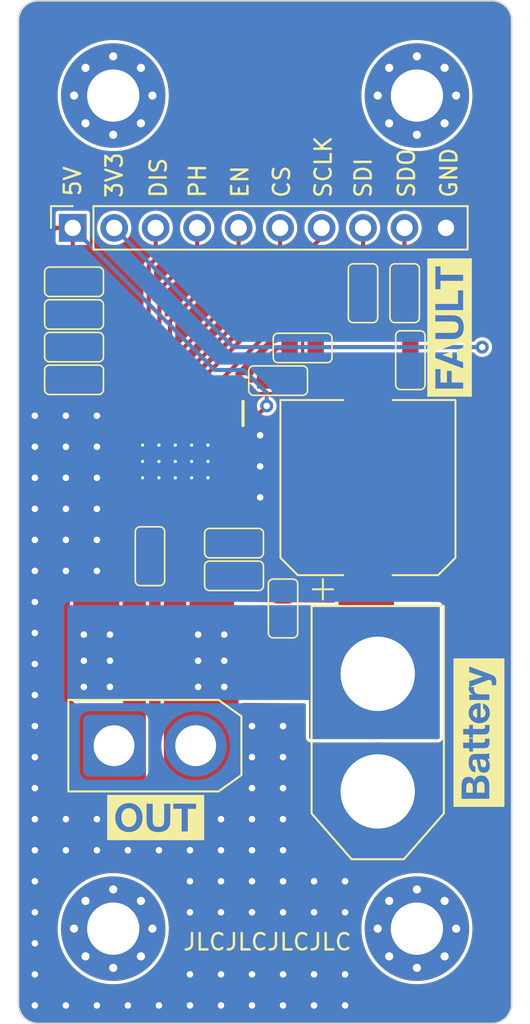
<source format=kicad_pcb>
(kicad_pcb (version 20221018) (generator pcbnew)
  (layers (0 "F.Cu" signal) (31 "B.Cu" signal) (34 "B.Paste" user) (35 "F.Paste" user) (36 "B.SilkS" user "B.Silkscreen") (37 "F.SilkS" user "F.Silkscreen") (38 "B.Mask" user) (39 "F.Mask" user) (44 "Edge.Cuts" user))
  (net 0 "")
  (net 1 "GND")
  (net 2 "+3V3")
  (net 3 "+12V")
  (net 4 "+5V")
  (net 5 "Net-(U1-CPH)")
  (net 6 "Net-(U1-CPL)")
  (net 7 "/OUT1")
  (net 8 "/OUT2")
  (net 9 "/nFAULT")
  (net 10 "/nSLEEP")
  (net 11 "Net-(U1-SRC_1)")
  (net 12 "/M SDO")
  (net 13 "/M SDI")
  (net 14 "/M SCLK")
  (net 15 "/EN{slash}IN1")
  (net 16 "/PH{slash}IN2")
  (net 17 "/DISABLE")
  (net 18 "/M CS")
  (net 19 "Net-(U1-SDO)")
  (net 20 "Net-(U1-SDI)")
  (net 21 "Net-(D1-K)")
  (net 22 "/VCP")
  (net 23 "/IPROPI2")
  (net 24 "/IPROPI1")
  (footprint "MountingHole:MountingHole_3.2mm_M3_Pad_Via" (layer "F.Cu") (at 159.8 82.6)
    (fp_text reference "H4" hide)
    (fp_text value "MountingHole_Pad")
    (pad "1" thru_hole circle (at -2.4 0) (size 0.8 0.8) (drill 0.5) (layers "*.Cu" "*.Mask"))
    (pad "1" thru_hole circle (at -1.697056 -1.697056) (size 0.8 0.8) (drill 0.5) (layers "*.Cu" "*.Mask"))
    (pad "1" thru_hole circle (at -1.697056 1.697056) (size 0.8 0.8) (drill 0.5) (layers "*.Cu" "*.Mask"))
    (pad "1" thru_hole circle (at 0 -2.4) (size 0.8 0.8) (drill 0.5) (layers "*.Cu" "*.Mask"))
    (pad "1" thru_hole circle (at 0 0) (size 6.4 6.4) (drill 3.2) (layers "*.Cu" "*.Mask"))
    (pad "1" thru_hole circle (at 0 2.4) (size 0.8 0.8) (drill 0.5) (layers "*.Cu" "*.Mask"))
    (pad "1" thru_hole circle (at 1.697056 -1.697056) (size 0.8 0.8) (drill 0.5) (layers "*.Cu" "*.Mask"))
    (pad "1" thru_hole circle (at 1.697056 1.697056) (size 0.8 0.8) (drill 0.5) (layers "*.Cu" "*.Mask"))
    (pad "1" thru_hole circle (at 2.4 0) (size 0.8 0.8) (drill 0.5) (layers "*.Cu" "*.Mask"))
  )
  (footprint "test:res0603" (layer "F.Cu") (at 138.8 100 180)
    (fp_text reference "R7" hide)
    (fp_text value "390")
    (pad "1" smd roundrect (at -0.8 0 180) (size 1 1) (layers "F.Cu" "F.Paste" "F.Mask") (roundrect_rratio 0.1) (net 23 "/IPROPI2"))
    (pad "2" smd roundrect (at 0.8 0 180) (size 1 1) (layers "F.Cu" "F.Paste" "F.Mask") (roundrect_rratio 0.1) (net 1 "GND"))
  )
  (footprint "test:res0603" (layer "F.Cu") (at 143.45 110.8 90)
    (fp_text reference "R4" hide)
    (fp_text value "0" hide)
    (pad "1" smd roundrect (at -0.8 0 90) (size 1 1) (layers "F.Cu" "F.Paste" "F.Mask") (roundrect_rratio 0.1) (net 1 "GND"))
    (pad "2" smd roundrect (at 0.8 0 90) (size 1 1) (layers "F.Cu" "F.Paste" "F.Mask") (roundrect_rratio 0.1) (net 11 "Net-(U1-SRC_1)"))
  )
  (footprint "MountingHole:MountingHole_3.2mm_M3_Pad_Via" (layer "F.Cu") (at 141.2 133.6)
    (fp_text reference "H2" hide)
    (fp_text value "MountingHole_Pad")
    (pad "1" thru_hole circle (at -2.4 0) (size 0.8 0.8) (drill 0.5) (layers "*.Cu" "*.Mask"))
    (pad "1" thru_hole circle (at -1.697056 -1.697056) (size 0.8 0.8) (drill 0.5) (layers "*.Cu" "*.Mask"))
    (pad "1" thru_hole circle (at -1.697056 1.697056) (size 0.8 0.8) (drill 0.5) (layers "*.Cu" "*.Mask"))
    (pad "1" thru_hole circle (at 0 -2.4) (size 0.8 0.8) (drill 0.5) (layers "*.Cu" "*.Mask"))
    (pad "1" thru_hole circle (at 0 0) (size 6.4 6.4) (drill 3.2) (layers "*.Cu" "*.Mask"))
    (pad "1" thru_hole circle (at 0 2.4) (size 0.8 0.8) (drill 0.5) (layers "*.Cu" "*.Mask"))
    (pad "1" thru_hole circle (at 1.697056 -1.697056) (size 0.8 0.8) (drill 0.5) (layers "*.Cu" "*.Mask"))
    (pad "1" thru_hole circle (at 1.697056 1.697056) (size 0.8 0.8) (drill 0.5) (layers "*.Cu" "*.Mask"))
    (pad "1" thru_hole circle (at 2.4 0) (size 0.8 0.8) (drill 0.5) (layers "*.Cu" "*.Mask"))
  )
  (footprint "test:led0603" (layer "F.Cu") (at 159.4 98.8 90)
    (fp_text reference "D1" hide)
    (fp_text value "LED")
    (pad "1" smd roundrect (at -0.8 0 90) (size 1 1) (layers "F.Cu" "F.Mask") (roundrect_rratio 0.1) (net 21 "Net-(D1-K)"))
    (pad "2" smd roundrect (at 0.8 0 90) (size 1 1) (layers "F.Cu" "F.Mask") (roundrect_rratio 0.1) (net 2 "+3V3"))
  )
  (footprint "test:AMASS_XT30-F" (layer "F.Cu") (at 143.75 122.4)
    (fp_text reference "J2" hide)
    (fp_text value "Conn_01x02" hide)
    (pad "1" thru_hole circle (at 2.5 0 180) (size 3.8 3.8) (drill 2.5) (layers "*.Cu" "*.Mask") (net 7 "/OUT1"))
    (pad "2" thru_hole roundrect (at -2.5 0 180) (size 3.8 3.8) (drill 2.5) (layers "*.Cu" "*.Mask") (roundrect_rratio 0.1) (net 8 "/OUT2"))
  )
  (footprint "kibuzzard-6569A0F7" (layer "F.Cu") (at 161.8 96.8 90)
    (fp_text reference "kibuzzard-6569A0F7" hide)
    (fp_text value "G***" hide)
  )
  (footprint "test:cap0603" (layer "F.Cu") (at 148.6 110)
    (fp_text reference "C5" hide)
    (fp_text value "47n")
    (pad "1" smd roundrect (at -0.8 0) (size 1 1) (layers "F.Cu" "F.Paste" "F.Mask") (roundrect_rratio 0.1) (net 5 "Net-(U1-CPH)"))
    (pad "2" smd roundrect (at 0.8 0) (size 1 1) (layers "F.Cu" "F.Paste" "F.Mask") (roundrect_rratio 0.1) (net 6 "Net-(U1-CPL)"))
  )
  (footprint "MountingHole:MountingHole_3.2mm_M3_Pad_Via" (layer "F.Cu") (at 159.8 133.6)
    (fp_text reference "H3" hide)
    (fp_text value "MountingHole_Pad")
    (pad "1" thru_hole circle (at -2.4 0) (size 0.8 0.8) (drill 0.5) (layers "*.Cu" "*.Mask"))
    (pad "1" thru_hole circle (at -1.697056 -1.697056) (size 0.8 0.8) (drill 0.5) (layers "*.Cu" "*.Mask"))
    (pad "1" thru_hole circle (at -1.697056 1.697056) (size 0.8 0.8) (drill 0.5) (layers "*.Cu" "*.Mask"))
    (pad "1" thru_hole circle (at 0 -2.4) (size 0.8 0.8) (drill 0.5) (layers "*.Cu" "*.Mask"))
    (pad "1" thru_hole circle (at 0 0) (size 6.4 6.4) (drill 3.2) (layers "*.Cu" "*.Mask"))
    (pad "1" thru_hole circle (at 0 2.4) (size 0.8 0.8) (drill 0.5) (layers "*.Cu" "*.Mask"))
    (pad "1" thru_hole circle (at 1.697056 -1.697056) (size 0.8 0.8) (drill 0.5) (layers "*.Cu" "*.Mask"))
    (pad "1" thru_hole circle (at 1.697056 1.697056) (size 0.8 0.8) (drill 0.5) (layers "*.Cu" "*.Mask"))
    (pad "1" thru_hole circle (at 2.4 0) (size 0.8 0.8) (drill 0.5) (layers "*.Cu" "*.Mask"))
  )
  (footprint "test:res0603" (layer "F.Cu") (at 138.8 96 180)
    (fp_text reference "R8" hide)
    (fp_text value "390" hide)
    (pad "1" smd roundrect (at -0.8 0 180) (size 1 1) (layers "F.Cu" "F.Paste" "F.Mask") (roundrect_rratio 0.1) (net 24 "/IPROPI1"))
    (pad "2" smd roundrect (at 0.8 0 180) (size 1 1) (layers "F.Cu" "F.Paste" "F.Mask") (roundrect_rratio 0.1) (net 1 "GND"))
  )
  (footprint "test:SOP65P640X120-25N" (layer "F.Cu") (at 145 105 -90)
    (fp_text reference "U1" hide)
    (fp_text value "DRV8873SPWPRQ1" hide)
    (pad "1" smd roundrect (at -2.938 -3.575) (size 0.45 1.475) (layers "F.Cu" "F.Paste" "F.Mask") (net 4 "+5V"))
    (pad "2" smd roundrect (at -2.938 -2.925) (size 0.45 1.475) (layers "F.Cu" "F.Paste" "F.Mask") (net 9 "/nFAULT"))
    (pad "3" smd roundrect (at -2.938 -2.275) (size 0.45 1.475) (layers "F.Cu" "F.Paste" "F.Mask") (net 19 "Net-(U1-SDO)"))
    (pad "4" smd roundrect (at -2.938 -1.625) (size 0.45 1.475) (layers "F.Cu" "F.Paste" "F.Mask") (net 20 "Net-(U1-SDI)"))
    (pad "5" smd roundrect (at -2.938 -0.975) (size 0.45 1.475) (layers "F.Cu" "F.Paste" "F.Mask") (net 14 "/M SCLK"))
    (pad "6" smd roundrect (at -2.938 -0.325) (size 0.45 1.475) (layers "F.Cu" "F.Paste" "F.Mask") (net 18 "/M CS"))
    (pad "7" smd roundrect (at -2.938 0.325) (size 0.45 1.475) (layers "F.Cu" "F.Paste" "F.Mask") (net 15 "/EN{slash}IN1"))
    (pad "8" smd roundrect (at -2.938 0.975) (size 0.45 1.475) (layers "F.Cu" "F.Paste" "F.Mask") (net 16 "/PH{slash}IN2"))
    (pad "9" smd roundrect (at -2.938 1.625) (size 0.45 1.475) (layers "F.Cu" "F.Paste" "F.Mask") (net 17 "/DISABLE"))
    (pad "10" smd roundrect (at -2.938 2.275) (size 0.45 1.475) (layers "F.Cu" "F.Paste" "F.Mask") (net 24 "/IPROPI1"))
    (pad "11" smd roundrect (at -2.938 2.925) (size 0.45 1.475) (layers "F.Cu" "F.Paste" "F.Mask") (net 10 "/nSLEEP"))
    (pad "12" smd roundrect (at -2.938 3.575) (size 0.45 1.475) (layers "F.Cu" "F.Paste" "F.Mask") (net 23 "/IPROPI2"))
    (pad "13" smd roundrect (at 2.938 3.575) (size 0.45 1.475) (layers "F.Cu" "F.Paste" "F.Mask") (net 3 "+12V"))
    (pad "14" smd roundrect (at 2.938 2.925) (size 0.45 1.475) (layers "F.Cu" "F.Paste" "F.Mask") (net 8 "/OUT2"))
    (pad "15" smd roundrect (at 2.938 2.275) (size 0.45 1.475) (layers "F.Cu" "F.Paste" "F.Mask") (net 8 "/OUT2"))
    (pad "16" smd roundrect (at 2.938 1.625) (size 0.45 1.475) (layers "F.Cu" "F.Paste" "F.Mask") (net 11 "Net-(U1-SRC_1)"))
    (pad "17" smd roundrect (at 2.938 0.975) (size 0.45 1.475) (layers "F.Cu" "F.Paste" "F.Mask") (net 11 "Net-(U1-SRC_1)"))
    (pad "18" smd roundrect (at 2.938 0.325) (size 0.45 1.475) (layers "F.Cu" "F.Paste" "F.Mask") (net 7 "/OUT1"))
    (pad "19" smd roundrect (at 2.938 -0.325) (size 0.45 1.475) (layers "F.Cu" "F.Paste" "F.Mask") (net 7 "/OUT1"))
    (pad "20" smd roundrect (at 2.938 -0.975) (size 0.45 1.475) (layers "F.Cu" "F.Paste" "F.Mask") (net 3 "+12V"))
    (pad "21" smd roundrect (at 2.938 -1.625) (size 0.45 1.475) (layers "F.Cu" "F.Paste" "F.Mask") (net 22 "/VCP"))
    (pad "22" smd roundrect (at 2.938 -2.275) (size 0.45 1.475) (layers "F.Cu" "F.Paste" "F.Mask") (net 5 "Net-(U1-CPH)"))
    (pad "23" smd roundrect (at 2.938 -2.925) (size 0.45 1.475) (layers "F.Cu" "F.Paste" "F.Mask") (net 6 "Net-(U1-CPL)"))
    (pad "24" smd roundrect (at 2.938 -3.575) (size 0.45 1.475) (layers "F.Cu" "F.Paste" "F.Mask") (net 1 "GND"))
    (pad "25" thru_hole circle (at -1 -2 270) (size 0.4 0.4) (drill 0.2) (layers "*.Cu" "*.Mask") (net 1 "GND"))
    (pad "25" thru_hole circle (at -1 -1 270) (size 0.4 0.4) (drill 0.2) (layers "*.Cu" "*.Mask") (net 1 "GND"))
    (pad "25" thru_hole circle (at -1 0 270) (size 0.4 0.4) (drill 0.2) (layers "*.Cu" "*.Mask") (net 1 "GND"))
    (pad "25" thru_hole circle (at -1 1 270) (size 0.4 0.4) (drill 0.2) (layers "*.Cu" "*.Mask") (net 1 "GND"))
    (pad "25" thru_hole circle (at -1 2 270) (size 0.4 0.4) (drill 0.2) (layers "*.Cu" "*.Mask") (net 1 "GND"))
    (pad "25" thru_hole circle (at 0 -2 270) (size 0.4 0.4) (drill 0.2) (layers "*.Cu" "*.Mask") (net 1 "GND"))
    (pad "25" thru_hole circle (at 0 -1 270) (size 0.4 0.4) (drill 0.2) (layers "*.Cu" "*.Mask") (net 1 "GND"))
    (pad "25" thru_hole circle (at 0 0 270) (size 0.4 0.4) (drill 0.2) (layers "*.Cu" "*.Mask") (net 1 "GND"))
    (pad "25" smd roundrect (at 0 0 270) (size 3.2 5.2) (layers "F.Cu" "F.Paste" "F.Mask") (roundrect_rratio 0.05) (net 1 "GND"))
    (pad "25" thru_hole circle (at 0 1 270) (size 0.4 0.4) (drill 0.2) (layers "*.Cu" "*.Mask") (net 1 "GND"))
    (pad "25" thru_hole circle (at 0 2 270) (size 0.4 0.4) (drill 0.2) (layers "*.Cu" "*.Mask") (net 1 "GND"))
    (pad "25" thru_hole circle (at 1 -2 270) (size 0.4 0.4) (drill 0.2) (layers "*.Cu" "*.Mask") (net 1 "GND"))
    (pad "25" thru_hole circle (at 1 -1 270) (size 0.4 0.4) (drill 0.2) (layers "*.Cu" "*.Mask") (net 1 "GND"))
    (pad "25" thru_hole circle (at 1 0 270) (size 0.4 0.4) (drill 0.2) (layers "*.Cu" "*.Mask") (net 1 "GND"))
    (pad "25" thru_hole circle (at 1 1 270) (size 0.4 0.4) (drill 0.2) (layers "*.Cu" "*.Mask") (net 1 "GND"))
    (pad "25" thru_hole circle (at 1 2 270) (size 0.4 0.4) (drill 0.2) (layers "*.Cu" "*.Mask") (net 1 "GND"))
  )
  (footprint "test:cap0603" (layer "F.Cu") (at 138.8 94)
    (fp_text reference "C2" hide)
    (fp_text value "1u")
    (pad "1" smd roundrect (at -0.8 0) (size 1 1) (layers "F.Cu" "F.Paste" "F.Mask") (roundrect_rratio 0.1) (net 4 "+5V"))
    (pad "2" smd roundrect (at 0.8 0) (size 1 1) (layers "F.Cu" "F.Paste" "F.Mask") (roundrect_rratio 0.1) (net 1 "GND"))
  )
  (footprint "test:res0603" (layer "F.Cu") (at 159.05 94.7 90)
    (fp_text reference "R5" hide)
    (fp_text value "0" hide)
    (pad "1" smd roundrect (at -0.8 0 90) (size 1 1) (layers "F.Cu" "F.Paste" "F.Mask") (roundrect_rratio 0.1) (net 19 "Net-(U1-SDO)"))
    (pad "2" smd roundrect (at 0.8 0 90) (size 1 1) (layers "F.Cu" "F.Paste" "F.Mask") (roundrect_rratio 0.1) (net 12 "/M SDO"))
  )
  (footprint "test:cap0603" (layer "F.Cu") (at 151.6 114 90)
    (fp_text reference "C4" hide)
    (fp_text value "0u1")
    (pad "1" smd roundrect (at -0.8 0 90) (size 1 1) (layers "F.Cu" "F.Paste" "F.Mask") (roundrect_rratio 0.1) (net 3 "+12V"))
    (pad "2" smd roundrect (at 0.8 0 90) (size 1 1) (layers "F.Cu" "F.Paste" "F.Mask") (roundrect_rratio 0.1) (net 1 "GND"))
  )
  (footprint "test:res0603" (layer "F.Cu") (at 152.8 98.05 180)
    (fp_text reference "R2" hide)
    (fp_text value "10K" hide)
    (pad "1" smd roundrect (at -0.8 0 180) (size 1 1) (layers "F.Cu" "F.Paste" "F.Mask") (roundrect_rratio 0.1) (net 2 "+3V3"))
    (pad "2" smd roundrect (at 0.8 0 180) (size 1 1) (layers "F.Cu" "F.Paste" "F.Mask") (roundrect_rratio 0.1) (net 9 "/nFAULT"))
  )
  (footprint "test:cap0603" (layer "F.Cu") (at 148.6 112)
    (fp_text reference "C1" hide)
    (fp_text value "1u")
    (pad "1" smd roundrect (at -0.8 0) (size 1 1) (layers "F.Cu" "F.Paste" "F.Mask") (roundrect_rratio 0.1) (net 3 "+12V"))
    (pad "2" smd roundrect (at 0.8 0) (size 1 1) (layers "F.Cu" "F.Paste" "F.Mask") (roundrect_rratio 0.1) (net 22 "/VCP"))
  )
  (footprint "test:res0603" (layer "F.Cu") (at 151.3 100.05 180)
    (fp_text reference "R1" hide)
    (fp_text value "330" hide)
    (pad "1" smd roundrect (at -0.8 0 180) (size 1 1) (layers "F.Cu" "F.Paste" "F.Mask") (roundrect_rratio 0.1) (net 21 "Net-(D1-K)"))
    (pad "2" smd roundrect (at 0.8 0 180) (size 1 1) (layers "F.Cu" "F.Paste" "F.Mask") (roundrect_rratio 0.1) (net 9 "/nFAULT"))
  )
  (footprint "kibuzzard-6569A174" (layer "F.Cu") (at 143.8 126.8)
    (fp_text reference "kibuzzard-6569A174" hide)
    (fp_text value "G***" hide)
  )
  (footprint "test:res0603" (layer "F.Cu") (at 138.8 98 180)
    (fp_text reference "R3" hide)
    (fp_text value "1k" hide)
    (pad "1" smd roundrect (at -0.8 0 180) (size 1 1) (layers "F.Cu" "F.Paste" "F.Mask") (roundrect_rratio 0.1) (net 10 "/nSLEEP"))
    (pad "2" smd roundrect (at 0.8 0 180) (size 1 1) (layers "F.Cu" "F.Paste" "F.Mask") (roundrect_rratio 0.1) (net 4 "+5V"))
  )
  (footprint "test:AMASS_XT60-M" (layer "F.Cu") (at 157.4 121.6 -90)
    (fp_text reference "J1" hide)
    (fp_text value "Conn_01x02" hide)
    (pad "1" thru_hole circle (at 3.6 0 270) (size 6 6) (drill 4.55) (layers "*.Cu" "*.Mask") (net 1 "GND"))
    (pad "2" thru_hole rect (at -3.6 0 270) (size 6 6) (drill 4.55) (layers "*.Cu" "*.Mask") (net 3 "+12V"))
  )
  (footprint "Capacitor_SMD:CP_Elec_10x10.5" (layer "F.Cu") (at 156.8 106.599999 90)
    (fp_text reference "C3" hide)
    (fp_text value "470u")
    (pad "1" smd roundrect (at -4.2 0 90) (size 4.4 2.5) (layers "F.Cu" "F.Paste" "F.Mask") (roundrect_rratio 0.1) (net 3 "+12V"))
    (pad "2" smd roundrect (at 4.2 0 90) (size 4.4 2.5) (layers "F.Cu" "F.Paste" "F.Mask") (roundrect_rratio 0.1) (net 1 "GND"))
  )
  (footprint "kibuzzard-6569A163" (layer "F.Cu") (at 163.6 121.6 90)
    (fp_text reference "kibuzzard-6569A163" hide)
    (fp_text value "G***" hide)
  )
  (footprint "test:res0603" (layer "F.Cu") (at 156.5 94.7 -90)
    (fp_text reference "R6" hide)
    (fp_text value "0" hide)
    (pad "1" smd roundrect (at -0.8 0 270) (size 1 1) (layers "F.Cu" "F.Paste" "F.Mask") (roundrect_rratio 0.1) (net 13 "/M SDI"))
    (pad "2" smd roundrect (at 0.8 0 270) (size 1 1) (layers "F.Cu" "F.Paste" "F.Mask") (roundrect_rratio 0.1) (net 20 "Net-(U1-SDI)"))
  )
  (footprint "Connector_PinSocket_2.54mm:PinSocket_1x10_P2.54mm_Vertical" (layer "F.Cu") (at 138.72 90.7 90)
    (fp_text reference "J3" hide)
    (fp_text value "Conn_01x10" hide)
    (pad "1" thru_hole rect (at 0 0 90) (size 1.7 1.7) (drill 1) (layers "*.Cu" "*.Mask") (net 4 "+5V"))
    (pad "2" thru_hole oval (at 0 2.54 90) (size 1.7 1.7) (drill 1) (layers "*.Cu" "*.Mask") (net 2 "+3V3"))
    (pad "3" thru_hole oval (at 0 5.08 90) (size 1.7 1.7) (drill 1) (layers "*.Cu" "*.Mask") (net 17 "/DISABLE"))
    (pad "4" thru_hole oval (at 0 7.62 90) (size 1.7 1.7) (drill 1) (layers "*.Cu" "*.Mask") (net 16 "/PH{slash}IN2"))
    (pad "5" thru_hole oval (at 0 10.16 90) (size 1.7 1.7) (drill 1) (layers "*.Cu" "*.Mask") (net 15 "/EN{slash}IN1"))
    (pad "6" thru_hole oval (at 0 12.7 90) (size 1.7 1.7) (drill 1) (layers "*.Cu" "*.Mask") (net 18 "/M CS"))
    (pad "7" thru_hole oval (at 0 15.24 90) (size 1.7 1.7) (drill 1) (layers "*.Cu" "*.Mask") (net 14 "/M SCLK"))
    (pad "8" thru_hole oval (at 0 17.78 90) (size 1.7 1.7) (drill 1) (layers "*.Cu" "*.Mask") (net 13 "/M SDI"))
    (pad "9" thru_hole oval (at 0 20.32 90) (size 1.7 1.7) (drill 1) (layers "*.Cu" "*.Mask") (net 12 "/M SDO"))
    (pad "10" thru_hole oval (at 0 22.86 90) (size 1.7 1.7) (drill 1) (layers "*.Cu" "*.Mask") (net 1 "GND"))
  )
  (footprint "MountingHole:MountingHole_3.2mm_M3_Pad_Via" (layer "F.Cu") (at 141.2 82.6)
    (fp_text reference "H1" hide)
    (fp_text value "MountingHole_Pad")
    (pad "1" thru_hole circle (at -2.4 0) (size 0.8 0.8) (drill 0.5) (layers "*.Cu" "*.Mask"))
    (pad "1" thru_hole circle (at -1.697056 -1.697056) (size 0.8 0.8) (drill 0.5) (layers "*.Cu" "*.Mask"))
    (pad "1" thru_hole circle (at -1.697056 1.697056) (size 0.8 0.8) (drill 0.5) (layers "*.Cu" "*.Mask"))
    (pad "1" thru_hole circle (at 0 -2.4) (size 0.8 0.8) (drill 0.5) (layers "*.Cu" "*.Mask"))
    (pad "1" thru_hole circle (at 0 0) (size 6.4 6.4) (drill 3.2) (layers "*.Cu" "*.Mask"))
    (pad "1" thru_hole circle (at 0 2.4) (size 0.8 0.8) (drill 0.5) (layers "*.Cu" "*.Mask"))
    (pad "1" thru_hole circle (at 1.697056 -1.697056) (size 0.8 0.8) (drill 0.5) (layers "*.Cu" "*.Mask"))
    (pad "1" thru_hole circle (at 1.697056 1.697056) (size 0.8 0.8) (drill 0.5) (layers "*.Cu" "*.Mask"))
    (pad "1" thru_hole circle (at 2.4 0) (size 0.8 0.8) (drill 0.5) (layers "*.Cu" "*.Mask"))
  )
  (gr_line (start 165.6 78) (end 165.6 138.2) (stroke (width 0.1)) (layer "Edge.Cuts"))
  (gr_line (start 135.4 138.2) (end 135.4 78) (stroke (width 0.1)) (layer "Edge.Cuts"))
  (gr_line (start 164.4 139.4) (end 136.6 139.4) (stroke (width 0.1)) (layer "Edge.Cuts"))
  (gr_arc (start 164.4 76.8) (mid 165.248528 77.151472) (end 165.6 78) (stroke (width 0.1)) (layer "Edge.Cuts"))
  (gr_line (start 136.6 76.8) (end 164.4 76.8) (stroke (width 0.1)) (layer "Edge.Cuts"))
  (gr_arc (start 136.6 139.4) (mid 135.751472 139.048528) (end 135.4 138.2) (stroke (width 0.1)) (layer "Edge.Cuts"))
  (gr_arc (start 135.4 78) (mid 135.751472 77.151472) (end 136.6 76.8) (stroke (width 0.1)) (layer "Edge.Cuts"))
  (gr_arc (start 165.6 138.2) (mid 165.248528 139.048528) (end 164.4 139.4) (stroke (width 0.1)) (layer "Edge.Cuts"))
  (gr_text "EN" (at 149.55 88.95 90) (layer "F.SilkS") (effects (font (size 1 1)) (justify left bottom)))
  (gr_text "PH" (at 146.95 88.95 90) (layer "F.SilkS") (effects (font (size 1 1)) (justify left bottom)))
  (gr_text "SCLK" (at 154.65 88.95 90) (layer "F.SilkS") (effects (font (size 1 1)) (justify left bottom)))
  (gr_text "SDO" (at 159.75 88.95 90) (layer "F.SilkS") (effects (font (size 1 1)) (justify left bottom)))
  (gr_text "SDI" (at 157.1 88.95 90) (layer "F.SilkS") (effects (font (size 1 1)) (justify left bottom)))
  (gr_text "5V" (at 139.3 88.85 90) (layer "F.SilkS") (effects (font (size 1 1)) (justify left bottom)))
  (gr_text "CS" (at 152.1 88.95 90) (layer "F.SilkS") (effects (font (size 1 1)) (justify left bottom)))
  (gr_text "GND" (at 162.35 88.95 90) (layer "F.SilkS") (effects (font (size 1 1)) (justify left bottom)))
  (gr_text "JLCJLCJLCJLC" (at 145.4 135) (layer "F.SilkS") (effects (font (size 1 1)) (justify left bottom)))
  (gr_text "3V3" (at 141.85 88.95 90) (layer "F.SilkS") (effects (font (size 1 1)) (justify left bottom)))
  (gr_text "DIS" (at 144.55 88.95 90) (layer "F.SilkS") (effects (font (size 1 1)) (justify left bottom)))
  (via (at 149.7 121.2) (size 0.8) (drill 0.4) (layers "F.Cu" "B.Cu") (net 1))
  (via (at 155.400001 132.6) (size 0.8) (drill 0.4) (layers "F.Cu" "B.Cu") (net 1))
  (via (at 136.4 123.1) (size 0.8) (drill 0.4) (layers "F.Cu" "B.Cu") (net 1))
  (via (at 151.6 126.9) (size 0.8) (drill 0.4) (layers "F.Cu" "B.Cu") (net 1))
  (via (at 140.2 128.8) (size 0.8) (drill 0.4) (layers "F.Cu" "B.Cu") (net 1))
  (via (at 138.3 102.2) (size 0.8) (drill 0.4) (layers "F.Cu" "B.Cu") (net 1))
  (via (at 136.4 106) (size 0.8) (drill 0.4) (layers "F.Cu" "B.Cu") (net 1))
  (via (at 136.4 134.5) (size 0.8) (drill 0.4) (layers "F.Cu" "B.Cu") (net 1))
  (via (at 140.2 104.1) (size 0.8) (drill 0.4) (layers "F.Cu" "B.Cu") (net 1))
  (via (at 136.4 107.9) (size 0.8) (drill 0.4) (layers "F.Cu" "B.Cu") (net 1))
  (via (at 136.399999 138.3) (size 0.8) (drill 0.4) (layers "F.Cu" "B.Cu") (net 1))
  (via (at 138.3 126.9) (size 0.8) (drill 0.4) (layers "F.Cu" "B.Cu") (net 1))
  (via (at 140.2 106) (size 0.8) (drill 0.4) (layers "F.Cu" "B.Cu") (net 1))
  (via (at 138.3 107.9) (size 0.8) (drill 0.4) (layers "F.Cu" "B.Cu") (net 1))
  (via (at 151.6 125) (size 0.8) (drill 0.4) (layers "F.Cu" "B.Cu") (net 1))
  (via (at 151.6 136.4) (size 0.8) (drill 0.4) (layers "F.Cu" "B.Cu") (net 1))
  (via (at 140.2 102.2) (size 0.8) (drill 0.4) (layers "F.Cu" "B.Cu") (net 1))
  (via (at 136.4 119.3) (size 0.8) (drill 0.4) (layers "F.Cu" "B.Cu") (net 1))
  (via (at 138.3 138.3) (size 0.8) (drill 0.4) (layers "F.Cu" "B.Cu") (net 1))
  (via (at 144 138.3) (size 0.8) (drill 0.4) (layers "F.Cu" "B.Cu") (net 1))
  (via (at 144 128.8) (size 0.8) (drill 0.4) (layers "F.Cu" "B.Cu") (net 1))
  (via (at 142.1 128.8) (size 0.8) (drill 0.4) (layers "F.Cu" "B.Cu") (net 1))
  (via (at 150.2 107.2) (size 0.8) (drill 0.4) (layers "F.Cu" "B.Cu") (net 1))
  (via (at 145.9 138.3) (size 0.8) (drill 0.4) (layers "F.Cu" "B.Cu") (net 1))
  (via (at 136.4 113.6) (size 0.8) (drill 0.4) (layers "F.Cu" "B.Cu") (net 1))
  (via (at 150.2 105.3) (size 0.8) (drill 0.4) (layers "F.Cu" "B.Cu") (net 1))
  (via (at 138.3 104.1) (size 0.8) (drill 0.4) (layers "F.Cu" "B.Cu") (net 1))
  (via (at 147.8 138.3) (size 0.8) (drill 0.4) (layers "F.Cu" "B.Cu") (net 1))
  (via (at 136.4 130.7) (size 0.8) (drill 0.4) (layers "F.Cu" "B.Cu") (net 1))
  (via (at 147.799999 128.8) (size 0.8) (drill 0.4) (layers "F.Cu" "B.Cu") (net 1))
  (via (at 145.9 136.4) (size 0.8) (drill 0.4) (layers "F.Cu" "B.Cu") (net 1))
  (via (at 149.7 136.4) (size 0.8) (drill 0.4) (layers "F.Cu" "B.Cu") (net 1))
  (via (at 136.4 117.4) (size 0.8) (drill 0.4) (layers "F.Cu" "B.Cu") (net 1))
  (via (at 140.2 126.9) (size 0.8) (drill 0.4) (layers "F.Cu" "B.Cu") (net 1))
  (via (at 136.4 109.8) (size 0.8) (drill 0.4) (layers "F.Cu" "B.Cu") (net 1))
  (via (at 138.3 128.8) (size 0.8) (drill 0.4) (layers "F.Cu" "B.Cu") (net 1))
  (via (at 153.5 138.3) (size 0.8) (drill 0.4) (layers "F.Cu" "B.Cu") (net 1))
  (via (at 149.7 132.6) (size 0.8) (drill 0.4) (layers "F.Cu" "B.Cu") (net 1))
  (via (at 136.4 126.9) (size 0.8) (drill 0.4) (layers "F.Cu" "B.Cu") (net 1))
  (via (at 147.8 130.7) (size 0.8) (drill 0.4) (layers "F.Cu" "B.Cu") (net 1))
  (via (at 153.5 136.4) (size 0.8) (drill 0.4) (layers "F.Cu" "B.Cu") (net 1))
  (via (at 136.4 136.4) (size 0.8) (drill 0.4) (layers "F.Cu" "B.Cu") (net 1))
  (via (at 136.4 104.1) (size 0.8) (drill 0.4) (layers "F.Cu" "B.Cu") (net 1))
  (via (at 155.400001 130.7) (size 0.8) (drill 0.4) (layers "F.Cu" "B.Cu") (net 1))
  (via (at 136.4 121.2) (size 0.8) (drill 0.4) (layers "F.Cu" "B.Cu") (net 1))
  (via (at 142.1 138.3) (size 0.8) (drill 0.4) (layers "F.Cu" "B.Cu") (net 1))
  (via (at 145.9 130.7) (size 0.8) (drill 0.4) (layers "F.Cu" "B.Cu") (net 1))
  (via (at 145.9 132.6) (size 0.8) (drill 0.4) (layers "F.Cu" "B.Cu") (net 1))
  (via (at 138.3 109.8) (size 0.8) (drill 0.4) (layers "F.Cu" "B.Cu") (net 1))
  (via (at 153.5 130.7) (size 0.8) (drill 0.4) (layers "F.Cu" "B.Cu") (net 1))
  (via (at 136.4 128.8) (size 0.8) (drill 0.4) (layers "F.Cu" "B.Cu") (net 1))
  (via (at 147.8 126.9) (size 0.8) (drill 0.4) (layers "F.Cu" "B.Cu") (net 1))
  (via (at 149.7 126.9) (size 0.8) (drill 0.4) (layers "F.Cu" "B.Cu") (net 1))
  (via (at 147.8 136.4) (size 0.8) (drill 0.4) (layers "F.Cu" "B.Cu") (net 1))
  (via (at 140.2 111.7) (size 0.8) (drill 0.4) (layers "F.Cu" "B.Cu") (net 1))
  (via (at 136.4 125) (size 0.8) (drill 0.4) (layers "F.Cu" "B.Cu") (net 1))
  (via (at 155.400001 138.3) (size 0.8) (drill 0.4) (layers "F.Cu" "B.Cu") (net 1))
  (via (at 149.7 123.1) (size 0.8) (drill 0.4) (layers "F.Cu" "B.Cu") (net 1))
  (via (at 149.7 138.3) (size 0.8) (drill 0.4) (layers "F.Cu" "B.Cu") (net 1))
  (via (at 136.4 132.6) (size 0.8) (drill 0.4) (layers "F.Cu" "B.Cu") (net 1))
  (via (at 138.3 111.7) (size 0.8) (drill 0.4) (layers "F.Cu" "B.Cu") (net 1))
  (via (at 155.400001 136.4) (size 0.8) (drill 0.4) (layers "F.Cu" "B.Cu") (net 1))
  (via (at 145.900001 128.8) (size 0.8) (drill 0.4) (layers "F.Cu" "B.Cu") (net 1))
  (via (at 140.2 109.8) (size 0.8) (drill 0.4) (layers "F.Cu" "B.Cu") (net 1))
  (via (at 140.2 107.9) (size 0.8) (drill 0.4) (layers "F.Cu" "B.Cu") (net 1))
  (via (at 138.3 106) (size 0.8) (drill 0.4) (layers "F.Cu" "B.Cu") (net 1))
  (via (at 147.8 132.6) (size 0.8) (drill 0.4) (layers "F.Cu" "B.Cu") (net 1))
  (via (at 149.7 130.7) (size 0.8) (drill 0.4) (layers "F.Cu" "B.Cu") (net 1))
  (via (at 149.7 128.8) (size 0.8) (drill 0.4) (layers "F.Cu" "B.Cu") (net 1))
  (via (at 149.7 125) (size 0.8) (drill 0.4) (layers "F.Cu" "B.Cu") (net 1))
  (via (at 151.6 123.1) (size 0.8) (drill 0.4) (layers "F.Cu" "B.Cu") (net 1))
  (via (at 151.6 138.3) (size 0.8) (drill 0.4) (layers "F.Cu" "B.Cu") (net 1))
  (via (at 150.2 103.4) (size 0.8) (drill 0.4) (layers "F.Cu" "B.Cu") (net 1))
  (via (at 153.5 132.6) (size 0.8) (drill 0.4) (layers "F.Cu" "B.Cu") (net 1))
  (via (at 136.4 115.5) (size 0.8) (drill 0.4) (layers "F.Cu" "B.Cu") (net 1))
  (via (at 151.6 132.6) (size 0.8) (drill 0.4) (layers "F.Cu" "B.Cu") (net 1))
  (via (at 136.4 111.7) (size 0.8) (drill 0.4) (layers "F.Cu" "B.Cu") (net 1))
  (via (at 151.6 128.8) (size 0.8) (drill 0.4) (layers "F.Cu" "B.Cu") (net 1))
  (via (at 136.4 102.2) (size 0.8) (drill 0.4) (layers "F.Cu" "B.Cu") (net 1))
  (via (at 151.6 130.7) (size 0.8) (drill 0.4) (layers "F.Cu" "B.Cu") (net 1))
  (via (at 151.6 121.2) (size 0.8) (drill 0.4) (layers "F.Cu" "B.Cu") (net 1))
  (via (at 140.2 138.3) (size 0.8) (drill 0.4) (layers "F.Cu" "B.Cu") (net 1))
  (segment (start 153.6 98.05) (end 153.65 98) (width 0.25) (layer "F.Cu") (net 2))
  (segment (start 153.65 98) (end 159.4 98) (width 0.25) (layer "F.Cu") (net 2))
  (segment (start 159.4 98) (end 163.8 98) (width 0.25) (layer "F.Cu") (net 2))
  (via (at 163.8 98) (size 0.8) (drill 0.4) (layers "F.Cu" "B.Cu") (net 2))
  (segment (start 148.56 98) (end 141.26 90.7) (width 0.25) (layer "B.Cu") (net 2))
  (segment (start 163.8 98) (end 148.56 98) (width 0.25) (layer "B.Cu") (net 2))
  (via (at 139.4 118.8) (size 0.8) (drill 0.4) (layers "F.Cu" "B.Cu") (net 3))
  (via (at 148 118.8) (size 0.8) (drill 0.4) (layers "F.Cu" "B.Cu") (net 3))
  (via (at 148 115.6) (size 0.8) (drill 0.4) (layers "F.Cu" "B.Cu") (net 3))
  (via (at 146.4 117.2) (size 0.8) (drill 0.4) (layers "F.Cu" "B.Cu") (net 3))
  (via (at 146.4 118.8) (size 0.8) (drill 0.4) (layers "F.Cu" "B.Cu") (net 3))
  (via (at 141 117.2) (size 0.8) (drill 0.4) (layers "F.Cu" "B.Cu") (net 3))
  (via (at 139.4 115.6) (size 0.8) (drill 0.4) (layers "F.Cu" "B.Cu") (net 3))
  (via (at 141 115.6) (size 0.8) (drill 0.4) (layers "F.Cu" "B.Cu") (net 3))
  (via (at 146.4 115.6) (size 0.8) (drill 0.4) (layers "F.Cu" "B.Cu") (net 3))
  (via (at 148 117.2) (size 0.8) (drill 0.4) (layers "F.Cu" "B.Cu") (net 3))
  (via (at 141 118.8) (size 0.8) (drill 0.4) (layers "F.Cu" "B.Cu") (net 3))
  (via (at 139.4 117.2) (size 0.8) (drill 0.4) (layers "F.Cu" "B.Cu") (net 3))
  (segment (start 138.72 92.38) (end 138.72 90.7) (width 0.25) (layer "F.Cu") (net 4))
  (segment (start 137.7 90.7) (end 136.45 91.95) (width 0.25) (layer "F.Cu") (net 4))
  (segment (start 150.138 102.062) (end 148.575 102.062) (width 0.25) (layer "F.Cu") (net 4))
  (segment (start 150.6 101.6) (end 150.138 102.062) (width 0.25) (layer "F.Cu") (net 4))
  (segment (start 136.8 98) (end 138 98) (width 0.25) (layer "F.Cu") (net 4))
  (segment (start 138.72 90.7) (end 137.7 90.7) (width 0.25) (layer "F.Cu") (net 4))
  (segment (start 136.45 97.65) (end 136.8 98) (width 0.25) (layer "F.Cu") (net 4))
  (segment (start 138 93.1) (end 138.72 92.38) (width 0.25) (layer "F.Cu") (net 4))
  (segment (start 136.45 91.95) (end 136.45 97.65) (width 0.25) (layer "F.Cu") (net 4))
  (segment (start 138 94) (end 138 93.1) (width 0.25) (layer "F.Cu") (net 4))
  (via (at 150.6 101.6) (size 0.8) (drill 0.4) (layers "F.Cu" "B.Cu") (net 4))
  (segment (start 147.42 99.4) (end 138.72 90.7) (width 0.25) (layer "B.Cu") (net 4))
  (segment (start 150.6 101.6) (end 150.6 100.8) (width 0.25) (layer "B.Cu") (net 4))
  (segment (start 149.2 99.4) (end 147.42 99.4) (width 0.25) (layer "B.Cu") (net 4))
  (segment (start 150.6 100.8) (end 149.2 99.4) (width 0.25) (layer "B.Cu") (net 4))
  (segment (start 147.275 107.938) (end 147.275 109.475) (width 0.25) (layer "F.Cu") (net 5))
  (segment (start 147.275 109.475) (end 147.8 110) (width 0.25) (layer "F.Cu") (net 5))
  (segment (start 148 109.1) (end 149 109.1) (width 0.25) (layer "F.Cu") (net 6))
  (segment (start 149 109.1) (end 149.4 109.5) (width 0.25) (layer "F.Cu") (net 6))
  (segment (start 147.925 109.025) (end 148 109.1) (width 0.25) (layer "F.Cu") (net 6))
  (segment (start 147.925 107.938) (end 147.925 109.025) (width 0.25) (layer "F.Cu") (net 6))
  (segment (start 149.4 109.5) (end 149.4 110) (width 0.25) (layer "F.Cu") (net 6))
  (segment (start 150.5 98.8) (end 151.25 98.05) (width 0.25) (layer "F.Cu") (net 9))
  (segment (start 150.5 100.05) (end 150.5 98.8) (width 0.25) (layer "F.Cu") (net 9))
  (segment (start 147.925 100.975) (end 148.85 100.05) (width 0.25) (layer "F.Cu") (net 9))
  (segment (start 151.25 98.05) (end 152 98.05) (width 0.25) (layer "F.Cu") (net 9))
  (segment (start 148.85 100.05) (end 150.5 100.05) (width 0.25) (layer "F.Cu") (net 9))
  (segment (start 147.925 102.062) (end 147.925 100.975) (width 0.25) (layer "F.Cu") (net 9))
  (segment (start 140.65 98) (end 142.075 99.425) (width 0.25) (layer "F.Cu") (net 10))
  (segment (start 139.6 98) (end 140.65 98) (width 0.25) (layer "F.Cu") (net 10))
  (segment (start 142.075 99.425) (end 142.075 102.062) (width 0.25) (layer "F.Cu") (net 10))
  (segment (start 159.04 93.89) (end 159.05 93.9) (width 0.25) (layer "F.Cu") (net 12))
  (segment (start 159.04 90.7) (end 159.04 93.89) (width 0.25) (layer "F.Cu") (net 12))
  (segment (start 156.5 90.7) (end 156.5 93.9) (width 0.25) (layer "F.Cu") (net 13))
  (segment (start 153.96 90.7) (end 153.96 91.29) (width 0.25) (layer "F.Cu") (net 14))
  (segment (start 145.975 99.275) (end 145.975 102.062) (width 0.25) (layer "F.Cu") (net 14))
  (segment (start 153.96 91.29) (end 145.975 99.275) (width 0.25) (layer "F.Cu") (net 14))
  (segment (start 148.88 90.7) (end 148.88 92.22) (width 0.25) (layer "F.Cu") (net 15))
  (segment (start 148.88 92.22) (end 144.675 96.425) (width 0.25) (layer "F.Cu") (net 15))
  (segment (start 144.675 96.425) (end 144.675 102.062) (width 0.25) (layer "F.Cu") (net 15))
  (segment (start 144.025 102.062) (end 144.025 94.475) (width 0.25) (layer "F.Cu") (net 16))
  (segment (start 146.34 92.16) (end 146.34 90.7) (width 0.25) (layer "F.Cu") (net 16))
  (segment (start 144.025 94.475) (end 146.34 92.16) (width 0.25) (layer "F.Cu") (net 16))
  (segment (start 143.8 90.7) (end 143.8 92.6) (width 0.25) (layer "F.Cu") (net 17))
  (segment (start 143.375 93.025) (end 143.375 102.062) (width 0.25) (layer "F.Cu") (net 17))
  (segment (start 143.8 92.6) (end 143.375 93.025) (width 0.25) (layer "F.Cu") (net 17))
  (segment (start 151.42 92.13) (end 145.325 98.225) (width 0.25) (layer "F.Cu") (net 18))
  (segment (start 145.325 98.225) (end 145.325 102.062) (width 0.25) (layer "F.Cu") (net 18))
  (segment (start 151.42 90.7) (end 151.42 92.13) (width 0.25) (layer "F.Cu") (net 18))
  (segment (start 147.275 100.525) (end 147.275 102.062) (width 0.25) (layer "F.Cu") (net 19))
  (segment (start 159.05 95.5) (end 159.05 96.45) (width 0.25) (layer "F.Cu") (net 19))
  (segment (start 158.75 96.75) (end 151.05 96.75) (width 0.25) (layer "F.Cu") (net 19))
  (segment (start 159.05 96.45) (end 158.75 96.75) (width 0.25) (layer "F.Cu") (net 19))
  (segment (start 151.05 96.75) (end 147.275 100.525) (width 0.25) (layer "F.Cu") (net 19))
  (segment (start 151.1 95.5) (end 146.625 99.975) (width 0.25) (layer "F.Cu") (net 20))
  (segment (start 146.625 99.975) (end 146.625 102.062) (width 0.25) (layer "F.Cu") (net 20))
  (segment (start 156.5 95.5) (end 151.1 95.5) (width 0.25) (layer "F.Cu") (net 20))
  (segment (start 152.7 99.45) (end 159.25 99.45) (width 0.25) (layer "F.Cu") (net 21))
  (segment (start 159.25 99.45) (end 159.4 99.6) (width 0.25) (layer "F.Cu") (net 21))
  (segment (start 152.1 100.05) (end 152.7 99.45) (width 0.25) (layer "F.Cu") (net 21))
  (segment (start 146.625 107.938) (end 146.625 110.525) (width 0.25) (layer "F.Cu") (net 22))
  (segment (start 146.625 110.525) (end 147 110.9) (width 0.25) (layer "F.Cu") (net 22))
  (segment (start 149.4 111.2) (end 149.4 112) (width 0.25) (layer "F.Cu") (net 22))
  (segment (start 147 110.9) (end 149.1 110.9) (width 0.25) (layer "F.Cu") (net 22))
  (segment (start 149.1 110.9) (end 149.4 111.2) (width 0.25) (layer "F.Cu") (net 22))
  (segment (start 140.85 100) (end 141.425 100.575) (width 0.25) (layer "F.Cu") (net 23))
  (segment (start 141.425 100.575) (end 141.425 102.062) (width 0.25) (layer "F.Cu") (net 23))
  (segment (start 139.6 100) (end 140.85 100) (width 0.25) (layer "F.Cu") (net 23))
  (segment (start 139.6 96) (end 140.5 96) (width 0.25) (layer "F.Cu") (net 24))
  (segment (start 140.5 96) (end 142.725 98.225) (width 0.25) (layer "F.Cu") (net 24))
  (segment (start 142.725 98.225) (end 142.725 102.062) (width 0.25) (layer "F.Cu") (net 24))
  (zone (net 7) (net_name "/OUT1") (layer "F.Cu") (priority 2) (connect_pads yes (clearance 0.2)) (min_thickness 0.2) (fill yes (thermal_gap 0.5) (thermal_bridge_width 0.5) (smoothing fillet) (radius 0.1))
    (polygon (pts (xy 145.655 106.93) (xy 144.355 106.93) (xy 144.355 110.705) (xy 144.305 110.755) (xy 144.305 125.213) (xy 148.846964 125.140049) (xy 148.875 119.485) (xy 145.675 119.553)))
  )
  (zone (net 3) (net_name "+12V") (layer "F.Cu") (priority 1) (connect_pads yes (clearance 0.2)) (min_thickness 0.2) (fill yes (thermal_gap 0.5) (thermal_bridge_width 0.5) (smoothing fillet) (radius 0.1))
    (polygon (pts (xy 145.655 106.93) (xy 146.3 106.95) (xy 146.4 111.1) (xy 148.6 111.15) (xy 148.6 113.8) (xy 155 113.85) (xy 155 108.25) (xy 158.4 108.25) (xy 158.4 113.8) (xy 161.2 113.8) (xy 161.2 122) (xy 153.2 122) (xy 153.2 119.6) (xy 145.675 119.553)))
  )
  (zone (net 3) (net_name "+12V") (layer "F.Cu") (priority 2) (connect_pads yes (clearance 0.2)) (min_thickness 0.2) (fill yes (thermal_gap 0.5) (thermal_bridge_width 0.5) (smoothing fillet) (radius 0.1))
    (polygon (pts (xy 141.74928 106.95) (xy 141.1 106.95) (xy 141.1 112.8) (xy 138.75 112.8) (xy 138.75 119.525) (xy 141.775 119.525)))
  )
  (zone (net 8) (net_name "/OUT2") (layer "F.Cu") (priority 3) (connect_pads yes (clearance 0.2)) (min_thickness 0.2) (fill yes (thermal_gap 0.5) (thermal_bridge_width 0.5) (smoothing fillet) (radius 0.1))
    (polygon (pts (xy 141.74928 106.95) (xy 143.06 106.94) (xy 143.06 109.12) (xy 142.63 109.12) (xy 142.6 113) (xy 143.2 113) (xy 143.2 120) (xy 143.2 120) (xy 143.2 125.2) (xy 139 125.2) (xy 139 119.8) (xy 141.8 119.8)))
  )
  (zone (net 11) (net_name "Net-(U1-SRC_1)") (layer "F.Cu") (priority 13) (connect_pads yes (clearance 0.2)) (min_thickness 0.2) (fill yes (thermal_gap 0.5) (thermal_bridge_width 0.5) (smoothing fillet) (radius 0.1) (island_removal_mode 1) (island_area_min 10))
    (polygon (pts (xy 144.345 106.93) (xy 144.35 110.67) (xy 142.63 110.67) (xy 142.63 109.12) (xy 143.06 109.12) (xy 143.06 106.94)))
  )
  (zone (net 1) (net_name "GND") (layers "F&B.Cu") (connect_pads yes (clearance 0.2)) (min_thickness 0.2) (fill yes (thermal_gap 0.5) (thermal_bridge_width 0.5) (smoothing fillet) (radius 0.1))
    (polygon (pts (xy 135.4 76.85) (xy 165.6 76.85) (xy 165.6 139.4) (xy 135.4 139.4)))
  )
  (zone (net 3) (net_name "+12V") (layer "B.Cu") (priority 4) (connect_pads yes (clearance 0.2)) (min_thickness 0.2) (fill yes (thermal_gap 0.5) (thermal_bridge_width 0.5) (smoothing fillet) (radius 0.1))
    (polygon (pts (xy 138.4 113.8) (xy 161.2 113.8) (xy 161.2 122) (xy 153.2 122) (xy 153.2 119.6) (xy 138.4 119.6)))
  )
)
</source>
